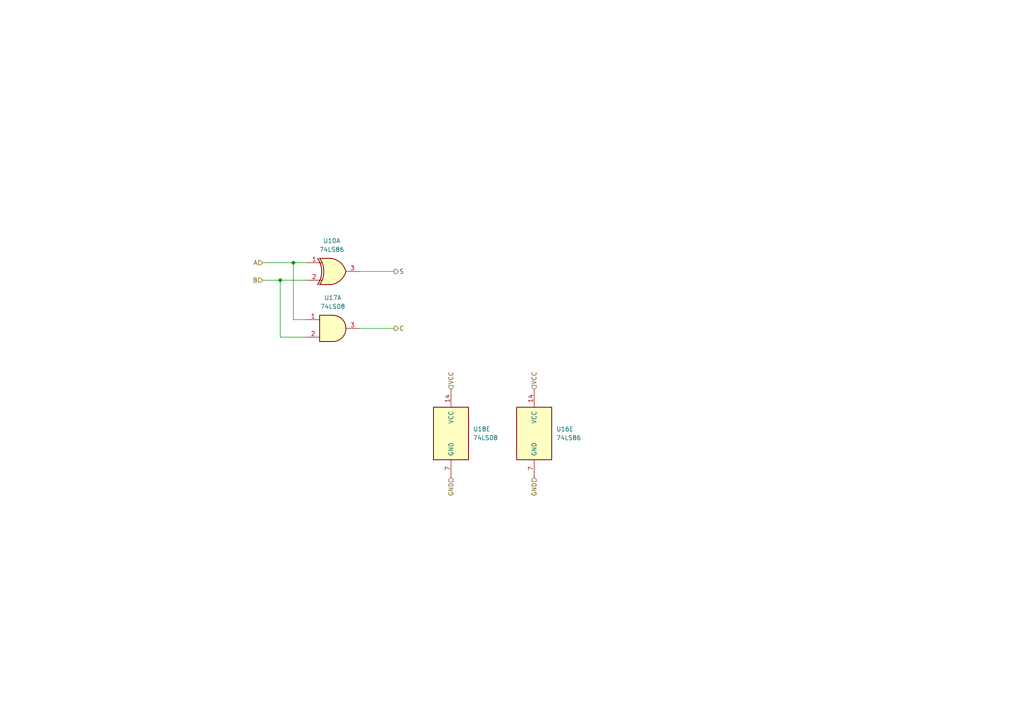
<source format=kicad_sch>
(kicad_sch (version 20231120) (generator "eeschema") (generator_version "8.0")
  (paper "A4")
  (lib_symbols
    (symbol "74xx:74LS08" (pin_names (offset 1.016))
      (property "Reference" "U" (at 0 1.27 0))
      (property "Value" "74LS08" (at 0 -1.27 0))
      (symbol "74LS08_1_1"
        (arc (start 0 -3.81) (mid 3.7934 0) (end 0 3.81) (stroke (width 0.254)) (fill (type background)))
        (polyline (pts (xy 0 3.81) (xy -3.81 3.81) (xy -3.81 -3.81) (xy 0 -3.81)) (stroke (width 0.254)) (fill (type background)))
        (pin input line (at -7.62 2.54 0) (length 3.81) (name "~") (number "1"))
        (pin input line (at -7.62 -2.54 0) (length 3.81) (name "~") (number "2"))
        (pin output line (at 7.62 0 180) (length 3.81) (name "~") (number "3"))
      )
      (symbol "74LS08_1_2"
        (arc (start -3.81 -3.81) (mid -2.589 0) (end -3.81 3.81) (stroke (width 0.254)))
        (arc (start -0.6096 -3.81) (mid 2.1842 -2.5851) (end 3.81 0) (stroke (width 0.254)) (fill (type background)))
        (polyline (pts (xy -3.81 -3.81) (xy -0.635 -3.81)) (stroke (width 0.254)) (fill (type background)))
        (polyline (pts (xy -3.81 3.81) (xy -0.635 3.81)) (stroke (width 0.254)) (fill (type background)))
        (polyline (pts (xy -0.635 3.81) (xy -3.81 3.81) (xy -3.81 3.81) (xy -3.556 3.4036) (xy -3.0226 2.2606) (xy -2.6924 1.0414) (xy -2.6162 -0.254) (xy -2.7686 -1.4986) (xy -3.175 -2.7178) (xy -3.81 -3.81) (xy -3.81 -3.81) (xy -0.635 -3.81)) (stroke (width -25.4)) (fill (type background)))
        (arc (start 3.81 0) (mid 2.1915 2.5936) (end -0.6096 3.81) (stroke (width 0.254)) (fill (type background)))
        (pin input inverted (at -7.62 2.54 0) (length 4.318) (name "~") (number "1"))
        (pin input inverted (at -7.62 -2.54 0) (length 4.318) (name "~") (number "2"))
        (pin output inverted (at 7.62 0 180) (length 3.81) (name "~") (number "3"))
      )
      (symbol "74LS08_2_1"
        (arc (start 0 -3.81) (mid 3.7934 0) (end 0 3.81) (stroke (width 0.254)) (fill (type background)))
        (polyline (pts (xy 0 3.81) (xy -3.81 3.81) (xy -3.81 -3.81) (xy 0 -3.81)) (stroke (width 0.254)) (fill (type background)))
        (pin input line (at -7.62 2.54 0) (length 3.81) (name "~") (number "4"))
        (pin input line (at -7.62 -2.54 0) (length 3.81) (name "~") (number "5"))
        (pin output line (at 7.62 0 180) (length 3.81) (name "~") (number "6"))
      )
      (symbol "74LS08_2_2"
        (arc (start -3.81 -3.81) (mid -2.589 0) (end -3.81 3.81) (stroke (width 0.254)))
        (arc (start -0.6096 -3.81) (mid 2.1842 -2.5851) (end 3.81 0) (stroke (width 0.254)) (fill (type background)))
        (polyline (pts (xy -3.81 -3.81) (xy -0.635 -3.81)) (stroke (width 0.254)) (fill (type background)))
        (polyline (pts (xy -3.81 3.81) (xy -0.635 3.81)) (stroke (width 0.254)) (fill (type background)))
        (polyline (pts (xy -0.635 3.81) (xy -3.81 3.81) (xy -3.81 3.81) (xy -3.556 3.4036) (xy -3.0226 2.2606) (xy -2.6924 1.0414) (xy -2.6162 -0.254) (xy -2.7686 -1.4986) (xy -3.175 -2.7178) (xy -3.81 -3.81) (xy -3.81 -3.81) (xy -0.635 -3.81)) (stroke (width -25.4)) (fill (type background)))
        (arc (start 3.81 0) (mid 2.1915 2.5936) (end -0.6096 3.81) (stroke (width 0.254)) (fill (type background)))
        (pin input inverted (at -7.62 2.54 0) (length 4.318) (name "~") (number "4"))
        (pin input inverted (at -7.62 -2.54 0) (length 4.318) (name "~") (number "5"))
        (pin output inverted (at 7.62 0 180) (length 3.81) (name "~") (number "6"))
      )
      (symbol "74LS08_3_1"
        (arc (start 0 -3.81) (mid 3.7934 0) (end 0 3.81) (stroke (width 0.254)) (fill (type background)))
        (polyline (pts (xy 0 3.81) (xy -3.81 3.81) (xy -3.81 -3.81) (xy 0 -3.81)) (stroke (width 0.254)) (fill (type background)))
        (pin input line (at -7.62 -2.54 0) (length 3.81) (name "~") (number "10"))
        (pin output line (at 7.62 0 180) (length 3.81) (name "~") (number "8"))
        (pin input line (at -7.62 2.54 0) (length 3.81) (name "~") (number "9"))
      )
      (symbol "74LS08_3_2"
        (arc (start -3.81 -3.81) (mid -2.589 0) (end -3.81 3.81) (stroke (width 0.254)))
        (arc (start -0.6096 -3.81) (mid 2.1842 -2.5851) (end 3.81 0) (stroke (width 0.254)) (fill (type background)))
        (polyline (pts (xy -3.81 -3.81) (xy -0.635 -3.81)) (stroke (width 0.254)) (fill (type background)))
        (polyline (pts (xy -3.81 3.81) (xy -0.635 3.81)) (stroke (width 0.254)) (fill (type background)))
        (polyline (pts (xy -0.635 3.81) (xy -3.81 3.81) (xy -3.81 3.81) (xy -3.556 3.4036) (xy -3.0226 2.2606) (xy -2.6924 1.0414) (xy -2.6162 -0.254) (xy -2.7686 -1.4986) (xy -3.175 -2.7178) (xy -3.81 -3.81) (xy -3.81 -3.81) (xy -0.635 -3.81)) (stroke (width -25.4)) (fill (type background)))
        (arc (start 3.81 0) (mid 2.1915 2.5936) (end -0.6096 3.81) (stroke (width 0.254)) (fill (type background)))
        (pin input inverted (at -7.62 -2.54 0) (length 4.318) (name "~") (number "10"))
        (pin output inverted (at 7.62 0 180) (length 3.81) (name "~") (number "8"))
        (pin input inverted (at -7.62 2.54 0) (length 4.318) (name "~") (number "9"))
      )
      (symbol "74LS08_4_1"
        (arc (start 0 -3.81) (mid 3.7934 0) (end 0 3.81) (stroke (width 0.254)) (fill (type background)))
        (polyline (pts (xy 0 3.81) (xy -3.81 3.81) (xy -3.81 -3.81) (xy 0 -3.81)) (stroke (width 0.254)) (fill (type background)))
        (pin output line (at 7.62 0 180) (length 3.81) (name "~") (number "11"))
        (pin input line (at -7.62 2.54 0) (length 3.81) (name "~") (number "12"))
        (pin input line (at -7.62 -2.54 0) (length 3.81) (name "~") (number "13"))
      )
      (symbol "74LS08_4_2"
        (arc (start -3.81 -3.81) (mid -2.589 0) (end -3.81 3.81) (stroke (width 0.254)))
        (arc (start -0.6096 -3.81) (mid 2.1842 -2.5851) (end 3.81 0) (stroke (width 0.254)) (fill (type background)))
        (polyline (pts (xy -3.81 -3.81) (xy -0.635 -3.81)) (stroke (width 0.254)) (fill (type background)))
        (polyline (pts (xy -3.81 3.81) (xy -0.635 3.81)) (stroke (width 0.254)) (fill (type background)))
        (polyline (pts (xy -0.635 3.81) (xy -3.81 3.81) (xy -3.81 3.81) (xy -3.556 3.4036) (xy -3.0226 2.2606) (xy -2.6924 1.0414) (xy -2.6162 -0.254) (xy -2.7686 -1.4986) (xy -3.175 -2.7178) (xy -3.81 -3.81) (xy -3.81 -3.81) (xy -0.635 -3.81)) (stroke (width -25.4)) (fill (type background)))
        (arc (start 3.81 0) (mid 2.1915 2.5936) (end -0.6096 3.81) (stroke (width 0.254)) (fill (type background)))
        (pin output inverted (at 7.62 0 180) (length 3.81) (name "~") (number "11"))
        (pin input inverted (at -7.62 2.54 0) (length 4.318) (name "~") (number "12"))
        (pin input inverted (at -7.62 -2.54 0) (length 4.318) (name "~") (number "13"))
      )
      (symbol "74LS08_5_0"
        (pin power_in line (at 0 12.7 270) (length 5.08) (name "VCC") (number "14"))
        (pin power_in line (at 0 -12.7 90) (length 5.08) (name "GND") (number "7"))
      )
      (symbol "74LS08_5_1"
        (rectangle (start -5.08 7.62) (end 5.08 -7.62) (stroke (width 0.254)) (fill (type background)))
      )
    )
    (symbol "74xx:74LS86" (pin_names (offset 1.016))
      (property "Reference" "U" (at 0 1.27 0))
      (property "Value" "74LS86" (at 0 -1.27 0))
      (symbol "74LS86_1_0"
        (arc (start -4.4196 -3.81) (mid -3.2033 0) (end -4.4196 3.81) (stroke (width 0.254)))
        (arc (start -3.81 -3.81) (mid -2.589 0) (end -3.81 3.81) (stroke (width 0.254)))
        (arc (start -0.6096 -3.81) (mid 2.1842 -2.5851) (end 3.81 0) (stroke (width 0.254)) (fill (type background)))
        (polyline (pts (xy -3.81 -3.81) (xy -0.635 -3.81)) (stroke (width 0.254)) (fill (type background)))
        (polyline (pts (xy -3.81 3.81) (xy -0.635 3.81)) (stroke (width 0.254)) (fill (type background)))
        (polyline (pts (xy -0.635 3.81) (xy -3.81 3.81) (xy -3.81 3.81) (xy -3.556 3.4036) (xy -3.0226 2.2606) (xy -2.6924 1.0414) (xy -2.6162 -0.254) (xy -2.7686 -1.4986) (xy -3.175 -2.7178) (xy -3.81 -3.81) (xy -3.81 -3.81) (xy -0.635 -3.81)) (stroke (width -25.4)) (fill (type background)))
        (arc (start 3.81 0) (mid 2.1915 2.5936) (end -0.6096 3.81) (stroke (width 0.254)) (fill (type background)))
        (pin input line (at -7.62 2.54 0) (length 4.445) (name "~") (number "1"))
        (pin input line (at -7.62 -2.54 0) (length 4.445) (name "~") (number "2"))
        (pin output line (at 7.62 0 180) (length 3.81) (name "~") (number "3"))
      )
      (symbol "74LS86_1_1"
        (polyline (pts (xy -3.81 -2.54) (xy -3.175 -2.54)) (stroke (width 0.1524)))
        (polyline (pts (xy -3.81 2.54) (xy -3.175 2.54)) (stroke (width 0.1524)))
      )
      (symbol "74LS86_2_0"
        (arc (start -4.4196 -3.81) (mid -3.2033 0) (end -4.4196 3.81) (stroke (width 0.254)))
        (arc (start -3.81 -3.81) (mid -2.589 0) (end -3.81 3.81) (stroke (width 0.254)))
        (arc (start -0.6096 -3.81) (mid 2.1842 -2.5851) (end 3.81 0) (stroke (width 0.254)) (fill (type background)))
        (polyline (pts (xy -3.81 -3.81) (xy -0.635 -3.81)) (stroke (width 0.254)) (fill (type background)))
        (polyline (pts (xy -3.81 3.81) (xy -0.635 3.81)) (stroke (width 0.254)) (fill (type background)))
        (polyline (pts (xy -0.635 3.81) (xy -3.81 3.81) (xy -3.81 3.81) (xy -3.556 3.4036) (xy -3.0226 2.2606) (xy -2.6924 1.0414) (xy -2.6162 -0.254) (xy -2.7686 -1.4986) (xy -3.175 -2.7178) (xy -3.81 -3.81) (xy -3.81 -3.81) (xy -0.635 -3.81)) (stroke (width -25.4)) (fill (type background)))
        (arc (start 3.81 0) (mid 2.1915 2.5936) (end -0.6096 3.81) (stroke (width 0.254)) (fill (type background)))
        (pin input line (at -7.62 2.54 0) (length 4.445) (name "~") (number "4"))
        (pin input line (at -7.62 -2.54 0) (length 4.445) (name "~") (number "5"))
        (pin output line (at 7.62 0 180) (length 3.81) (name "~") (number "6"))
      )
      (symbol "74LS86_2_1"
        (polyline (pts (xy -3.81 -2.54) (xy -3.175 -2.54)) (stroke (width 0.1524)))
        (polyline (pts (xy -3.81 2.54) (xy -3.175 2.54)) (stroke (width 0.1524)))
      )
      (symbol "74LS86_3_0"
        (arc (start -4.4196 -3.81) (mid -3.2033 0) (end -4.4196 3.81) (stroke (width 0.254)))
        (arc (start -3.81 -3.81) (mid -2.589 0) (end -3.81 3.81) (stroke (width 0.254)))
        (arc (start -0.6096 -3.81) (mid 2.1842 -2.5851) (end 3.81 0) (stroke (width 0.254)) (fill (type background)))
        (polyline (pts (xy -3.81 -3.81) (xy -0.635 -3.81)) (stroke (width 0.254)) (fill (type background)))
        (polyline (pts (xy -3.81 3.81) (xy -0.635 3.81)) (stroke (width 0.254)) (fill (type background)))
        (polyline (pts (xy -0.635 3.81) (xy -3.81 3.81) (xy -3.81 3.81) (xy -3.556 3.4036) (xy -3.0226 2.2606) (xy -2.6924 1.0414) (xy -2.6162 -0.254) (xy -2.7686 -1.4986) (xy -3.175 -2.7178) (xy -3.81 -3.81) (xy -3.81 -3.81) (xy -0.635 -3.81)) (stroke (width -25.4)) (fill (type background)))
        (arc (start 3.81 0) (mid 2.1915 2.5936) (end -0.6096 3.81) (stroke (width 0.254)) (fill (type background)))
        (pin input line (at -7.62 -2.54 0) (length 4.445) (name "~") (number "10"))
        (pin output line (at 7.62 0 180) (length 3.81) (name "~") (number "8"))
        (pin input line (at -7.62 2.54 0) (length 4.445) (name "~") (number "9"))
      )
      (symbol "74LS86_3_1"
        (polyline (pts (xy -3.81 -2.54) (xy -3.175 -2.54)) (stroke (width 0.1524)))
        (polyline (pts (xy -3.81 2.54) (xy -3.175 2.54)) (stroke (width 0.1524)))
      )
      (symbol "74LS86_4_0"
        (arc (start -4.4196 -3.81) (mid -3.2033 0) (end -4.4196 3.81) (stroke (width 0.254)))
        (arc (start -3.81 -3.81) (mid -2.589 0) (end -3.81 3.81) (stroke (width 0.254)))
        (arc (start -0.6096 -3.81) (mid 2.1842 -2.5851) (end 3.81 0) (stroke (width 0.254)) (fill (type background)))
        (polyline (pts (xy -3.81 -3.81) (xy -0.635 -3.81)) (stroke (width 0.254)) (fill (type background)))
        (polyline (pts (xy -3.81 3.81) (xy -0.635 3.81)) (stroke (width 0.254)) (fill (type background)))
        (polyline (pts (xy -0.635 3.81) (xy -3.81 3.81) (xy -3.81 3.81) (xy -3.556 3.4036) (xy -3.0226 2.2606) (xy -2.6924 1.0414) (xy -2.6162 -0.254) (xy -2.7686 -1.4986) (xy -3.175 -2.7178) (xy -3.81 -3.81) (xy -3.81 -3.81) (xy -0.635 -3.81)) (stroke (width -25.4)) (fill (type background)))
        (arc (start 3.81 0) (mid 2.1915 2.5936) (end -0.6096 3.81) (stroke (width 0.254)) (fill (type background)))
        (pin output line (at 7.62 0 180) (length 3.81) (name "~") (number "11"))
        (pin input line (at -7.62 2.54 0) (length 4.445) (name "~") (number "12"))
        (pin input line (at -7.62 -2.54 0) (length 4.445) (name "~") (number "13"))
      )
      (symbol "74LS86_4_1"
        (polyline (pts (xy -3.81 -2.54) (xy -3.175 -2.54)) (stroke (width 0.1524)))
        (polyline (pts (xy -3.81 2.54) (xy -3.175 2.54)) (stroke (width 0.1524)))
      )
      (symbol "74LS86_5_0"
        (pin power_in line (at 0 12.7 270) (length 5.08) (name "VCC") (number "14"))
        (pin power_in line (at 0 -12.7 90) (length 5.08) (name "GND") (number "7"))
      )
      (symbol "74LS86_5_1"
        (rectangle (start -5.08 7.62) (end 5.08 -7.62) (stroke (width 0.254)) (fill (type background)))
      )
    )
  )
  (junction (at 85.09 76.2))
  (junction (at 81.28 81.28))
  (wire (pts (xy 76.2 76.2) (xy 85.09 76.2)))
  (wire (pts (xy 104.14 95.25) (xy 114.3 95.25)))
  (wire (pts (xy 81.28 97.79) (xy 81.28 81.28)))
  (wire (pts (xy 88.9 97.79) (xy 81.28 97.79)))
  (wire (pts (xy 85.09 92.71) (xy 85.09 76.2)))
  (wire (pts (xy 104.14 78.74) (xy 114.3 78.74)))
  (wire (pts (xy 76.2 81.28) (xy 81.28 81.28)))
  (wire (pts (xy 85.09 76.2) (xy 88.9 76.2)))
  (wire (pts (xy 81.28 81.28) (xy 88.9 81.28)))
  (wire (pts (xy 88.9 92.71) (xy 85.09 92.71)))
  (hierarchical_label "GND" (shape input) (at 154.94 138.43 270))
  (hierarchical_label "B" (shape input) (at 76.2 81.28 180))
  (hierarchical_label "VCC" (shape input) (at 130.81 113.03 90))
  (hierarchical_label "GND" (shape input) (at 130.81 138.43 270))
  (hierarchical_label "A" (shape input) (at 76.2 76.2 180))
  (hierarchical_label "VCC" (shape input) (at 154.94 113.03 90))
  (hierarchical_label "C" (shape output) (at 114.3 95.25 0))
  (hierarchical_label "S" (shape output) (at 114.3 78.74 0))
  (symbol (lib_id "74xx:74LS86") (at 96.52 78.74 0) (unit 1)
    (property "Reference" "U10" (at 96.2152 69.85 0))
    (property "Value" "74LS86" (at 96.2152 72.39 0))
    (property "Datasheet" "74xx/74ls86.pdf" (effects (hide yes)))
    (property "Description" "Quad 2-input XOR" (effects (hide yes)))
    (property "Sim.Library" "sim\\SN74LS86A.cir" (effects (hide yes)))
    (property "Sim.Name" "SN74LS86" (effects (hide yes)))
    (property "Sim.Device" "SUBCKT" (effects (hide yes)))
    (property "Sim.Pins" "1=A 2=B 3=Y 7=AGND 14=VCC" (effects (hide yes)))
    (instances (project "FullAdder_" (path "" (reference "U10") (unit 1)) (path "" (reference "U16") (unit 1)) (path "" (reference "U3") (unit 1)) (path "" (reference "U7") (unit 1)) (path "" (reference "U13") (unit 1)) (path "" (reference "U11") (unit 1)) (path "" (reference "U20") (unit 1)) (path "" (reference "U6") (unit 1))))
  )
  (symbol (lib_id "74xx:74LS08") (at 96.52 95.25 0) (unit 1)
    (property "Reference" "U17" (at 96.5117 86.36 0))
    (property "Value" "74LS08" (at 96.5117 88.9 0))
    (property "Datasheet" "http://www.ti.com/lit/gpn/sn74LS08" (effects (hide yes)))
    (property "Description" "Quad And2" (effects (hide yes)))
    (property "Sim.Library" "sim\\SN74LS08.cir" (effects (hide yes)))
    (property "Sim.Name" "SN74LS08" (effects (hide yes)))
    (property "Sim.Device" "SUBCKT" (effects (hide yes)))
    (property "Sim.Pins" "1=A 2=B 3=Y 7=AGND 14=VCC" (effects (hide yes)))
    (instances (project "FullAdder_" (path "" (reference "U17") (unit 1)) (path "" (reference "U9") (unit 1)) (path "" (reference "U4") (unit 1)) (path "" (reference "U8") (unit 1)) (path "" (reference "U5") (unit 1)) (path "" (reference "U12") (unit 1)) (path "" (reference "U14") (unit 1)) (path "" (reference "U18") (unit 1))))
  )
  (symbol (lib_id "74xx:74LS08") (at 130.81 125.73 0) (unit 5)
    (property "Reference" "U18" (at 137.16 124.4599 0) (effects (justify left)))
    (property "Value" "74LS08" (at 137.16 126.9999 0) (effects (justify left)))
    (property "Datasheet" "http://www.ti.com/lit/gpn/sn74LS08" (effects (hide yes)))
    (property "Description" "Quad And2" (effects (hide yes)))
    (property "Sim.Library" "sim\\SN74LS08.cir" (effects (hide yes)))
    (property "Sim.Name" "SN74LS08" (effects (hide yes)))
    (property "Sim.Device" "SUBCKT" (effects (hide yes)))
    (property "Sim.Pins" "1=A 2=B 3=Y 7=AGND 14=VCC" (effects (hide yes)))
    (instances (project "FullAdder_" (path "" (reference "U18") (unit 5)) (path "" (reference "U8") (unit 5)) (path "" (reference "U5") (unit 5)) (path "" (reference "U9") (unit 5)) (path "" (reference "U14") (unit 5)) (path "" (reference "U4") (unit 5)) (path "" (reference "U17") (unit 5)) (path "" (reference "U12") (unit 5))))
  )
  (symbol (lib_id "74xx:74LS86") (at 154.94 125.73 0) (unit 5)
    (property "Reference" "U16" (at 161.29 124.4599 0) (effects (justify left)))
    (property "Value" "74LS86" (at 161.29 126.9999 0) (effects (justify left)))
    (property "Datasheet" "74xx/74ls86.pdf" (effects (hide yes)))
    (property "Description" "Quad 2-input XOR" (effects (hide yes)))
    (property "Sim.Library" "sim\\SN74LS86A.cir" (effects (hide yes)))
    (property "Sim.Name" "SN74LS86" (effects (hide yes)))
    (property "Sim.Device" "SUBCKT" (effects (hide yes)))
    (property "Sim.Pins" "1=A 2=B 3=Y 7=AGND 14=VCC" (effects (hide yes)))
    (instances (project "FullAdder_" (path "" (reference "U16") (unit 5)) (path "" (reference "U3") (unit 5)) (path "" (reference "U6") (unit 5)) (path "" (reference "U10") (unit 5)) (path "" (reference "U7") (unit 5)) (path "" (reference "U13") (unit 5)) (path "" (reference "U20") (unit 5)) (path "" (reference "U11") (unit 5))))
  )
)
</source>
